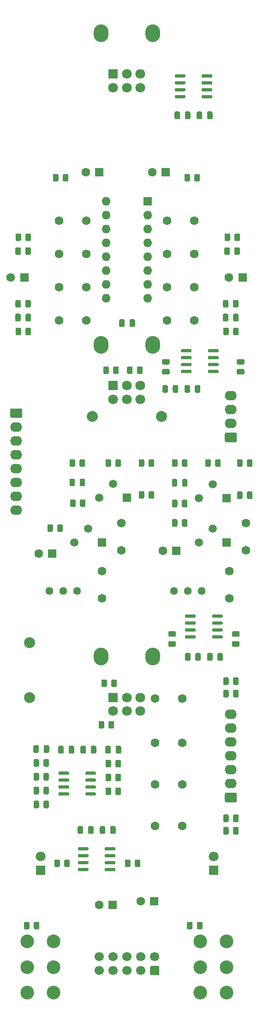
<source format=gbs>
G04 #@! TF.GenerationSoftware,KiCad,Pcbnew,6.0.5+dfsg-1~bpo11+1*
G04 #@! TF.CreationDate,2023-04-15T13:23:45+00:00*
G04 #@! TF.ProjectId,compressor_distortion,636f6d70-7265-4737-936f-725f64697374,0.1*
G04 #@! TF.SameCoordinates,Original*
G04 #@! TF.FileFunction,Soldermask,Bot*
G04 #@! TF.FilePolarity,Negative*
%FSLAX46Y46*%
G04 Gerber Fmt 4.6, Leading zero omitted, Abs format (unit mm)*
G04 Created by KiCad (PCBNEW 6.0.5+dfsg-1~bpo11+1) date 2023-04-15 13:23:45*
%MOMM*%
%LPD*%
G01*
G04 APERTURE LIST*
%ADD10O,2.720000X3.240000*%
%ADD11R,1.800000X1.800000*%
%ADD12C,1.800000*%
%ADD13C,2.500000*%
%ADD14C,2.000000*%
%ADD15R,1.600000X1.600000*%
%ADD16C,1.600000*%
%ADD17R,1.500000X1.500000*%
%ADD18C,1.500000*%
%ADD19O,2.190000X1.740000*%
%ADD20C,1.700000*%
%ADD21C,1.440000*%
%ADD22O,1.600000X1.600000*%
G04 APERTURE END LIST*
D10*
X104430000Y-165300000D03*
X113930000Y-165300000D03*
D11*
X106680000Y-172800000D03*
D12*
X109180000Y-172800000D03*
X111680000Y-172800000D03*
X106680000Y-175300000D03*
X109180000Y-175300000D03*
X111680000Y-175300000D03*
D13*
X127510000Y-217550000D03*
X127510000Y-222250000D03*
X127510000Y-226950000D03*
X122680000Y-217550000D03*
X122680000Y-222250000D03*
X122680000Y-226950000D03*
X95760000Y-217550000D03*
X95760000Y-222250000D03*
X95760000Y-226950000D03*
X90930000Y-217550000D03*
X90930000Y-222250000D03*
X90930000Y-226950000D03*
D10*
X113930000Y-50960000D03*
X104430000Y-50960000D03*
D11*
X106680000Y-58460000D03*
D12*
X109180000Y-58460000D03*
X111680000Y-58460000D03*
X106680000Y-60960000D03*
X109180000Y-60960000D03*
X111680000Y-60960000D03*
D11*
X125095000Y-204475000D03*
D12*
X125095000Y-201935000D03*
D10*
X113930000Y-108110000D03*
X104430000Y-108110000D03*
D11*
X106680000Y-115610000D03*
D12*
X109180000Y-115610000D03*
X111680000Y-115610000D03*
X106680000Y-118110000D03*
X109180000Y-118110000D03*
X111680000Y-118110000D03*
D11*
X93345000Y-204475000D03*
D12*
X93345000Y-201935000D03*
G36*
G01*
X91580000Y-102649000D02*
X91580000Y-103599000D01*
G75*
G02*
X91330000Y-103849000I-250000J0D01*
G01*
X90830000Y-103849000D01*
G75*
G02*
X90580000Y-103599000I0J250000D01*
G01*
X90580000Y-102649000D01*
G75*
G02*
X90830000Y-102399000I250000J0D01*
G01*
X91330000Y-102399000D01*
G75*
G02*
X91580000Y-102649000I0J-250000D01*
G01*
G37*
G36*
G01*
X89680000Y-102649000D02*
X89680000Y-103599000D01*
G75*
G02*
X89430000Y-103849000I-250000J0D01*
G01*
X88930000Y-103849000D01*
G75*
G02*
X88680000Y-103599000I0J250000D01*
G01*
X88680000Y-102649000D01*
G75*
G02*
X88930000Y-102399000I250000J0D01*
G01*
X89430000Y-102399000D01*
G75*
G02*
X89680000Y-102649000I0J-250000D01*
G01*
G37*
D14*
X91338400Y-172770800D03*
D15*
X118276380Y-145868000D03*
D16*
X115776380Y-145868000D03*
G36*
G01*
X128709000Y-160627000D02*
X129609000Y-160627000D01*
G75*
G02*
X129859000Y-160877000I0J-250000D01*
G01*
X129859000Y-161402000D01*
G75*
G02*
X129609000Y-161652000I-250000J0D01*
G01*
X128709000Y-161652000D01*
G75*
G02*
X128459000Y-161402000I0J250000D01*
G01*
X128459000Y-160877000D01*
G75*
G02*
X128709000Y-160627000I250000J0D01*
G01*
G37*
G36*
G01*
X128709000Y-162452000D02*
X129609000Y-162452000D01*
G75*
G02*
X129859000Y-162702000I0J-250000D01*
G01*
X129859000Y-163227000D01*
G75*
G02*
X129609000Y-163477000I-250000J0D01*
G01*
X128709000Y-163477000D01*
G75*
G02*
X128459000Y-163227000I0J250000D01*
G01*
X128459000Y-162702000D01*
G75*
G02*
X128709000Y-162452000I250000J0D01*
G01*
G37*
X131064000Y-140828000D03*
X131064000Y-145828000D03*
D17*
X104648000Y-144344000D03*
D18*
X102108000Y-141804000D03*
X99568000Y-144344000D03*
G36*
G01*
X111661000Y-202750000D02*
X111661000Y-203650000D01*
G75*
G02*
X111411000Y-203900000I-250000J0D01*
G01*
X110886000Y-203900000D01*
G75*
G02*
X110636000Y-203650000I0J250000D01*
G01*
X110636000Y-202750000D01*
G75*
G02*
X110886000Y-202500000I250000J0D01*
G01*
X111411000Y-202500000D01*
G75*
G02*
X111661000Y-202750000I0J-250000D01*
G01*
G37*
G36*
G01*
X109836000Y-202750000D02*
X109836000Y-203650000D01*
G75*
G02*
X109586000Y-203900000I-250000J0D01*
G01*
X109061000Y-203900000D01*
G75*
G02*
X108811000Y-203650000I0J250000D01*
G01*
X108811000Y-202750000D01*
G75*
G02*
X109061000Y-202500000I250000J0D01*
G01*
X109586000Y-202500000D01*
G75*
G02*
X109836000Y-202750000I0J-250000D01*
G01*
G37*
D16*
X101774000Y-91440000D03*
X96774000Y-91440000D03*
G36*
G01*
X129115000Y-125965000D02*
X127425000Y-125965000D01*
G75*
G02*
X127175000Y-125715000I0J250000D01*
G01*
X127175000Y-124475000D01*
G75*
G02*
X127425000Y-124225000I250000J0D01*
G01*
X129115000Y-124225000D01*
G75*
G02*
X129365000Y-124475000I0J-250000D01*
G01*
X129365000Y-125715000D01*
G75*
G02*
X129115000Y-125965000I-250000J0D01*
G01*
G37*
D19*
X128270000Y-122555000D03*
X128270000Y-120015000D03*
X128270000Y-117475000D03*
G36*
G01*
X122674000Y-115730000D02*
X122674000Y-116680000D01*
G75*
G02*
X122424000Y-116930000I-250000J0D01*
G01*
X121924000Y-116930000D01*
G75*
G02*
X121674000Y-116680000I0J250000D01*
G01*
X121674000Y-115730000D01*
G75*
G02*
X121924000Y-115480000I250000J0D01*
G01*
X122424000Y-115480000D01*
G75*
G02*
X122674000Y-115730000I0J-250000D01*
G01*
G37*
G36*
G01*
X120774000Y-115730000D02*
X120774000Y-116680000D01*
G75*
G02*
X120524000Y-116930000I-250000J0D01*
G01*
X120024000Y-116930000D01*
G75*
G02*
X119774000Y-116680000I0J250000D01*
G01*
X119774000Y-115730000D01*
G75*
G02*
X120024000Y-115480000I250000J0D01*
G01*
X120524000Y-115480000D01*
G75*
G02*
X120774000Y-115730000I0J-250000D01*
G01*
G37*
G36*
G01*
X107114000Y-196629000D02*
X107114000Y-197579000D01*
G75*
G02*
X106864000Y-197829000I-250000J0D01*
G01*
X106364000Y-197829000D01*
G75*
G02*
X106114000Y-197579000I0J250000D01*
G01*
X106114000Y-196629000D01*
G75*
G02*
X106364000Y-196379000I250000J0D01*
G01*
X106864000Y-196379000D01*
G75*
G02*
X107114000Y-196629000I0J-250000D01*
G01*
G37*
G36*
G01*
X105214000Y-196629000D02*
X105214000Y-197579000D01*
G75*
G02*
X104964000Y-197829000I-250000J0D01*
G01*
X104464000Y-197829000D01*
G75*
G02*
X104214000Y-197579000I0J250000D01*
G01*
X104214000Y-196629000D01*
G75*
G02*
X104464000Y-196379000I250000J0D01*
G01*
X104964000Y-196379000D01*
G75*
G02*
X105214000Y-196629000I0J-250000D01*
G01*
G37*
G36*
G01*
X126799000Y-164879000D02*
X126799000Y-165829000D01*
G75*
G02*
X126549000Y-166079000I-250000J0D01*
G01*
X126049000Y-166079000D01*
G75*
G02*
X125799000Y-165829000I0J250000D01*
G01*
X125799000Y-164879000D01*
G75*
G02*
X126049000Y-164629000I250000J0D01*
G01*
X126549000Y-164629000D01*
G75*
G02*
X126799000Y-164879000I0J-250000D01*
G01*
G37*
G36*
G01*
X124899000Y-164879000D02*
X124899000Y-165829000D01*
G75*
G02*
X124649000Y-166079000I-250000J0D01*
G01*
X124149000Y-166079000D01*
G75*
G02*
X123899000Y-165829000I0J250000D01*
G01*
X123899000Y-164879000D01*
G75*
G02*
X124149000Y-164629000I250000J0D01*
G01*
X124649000Y-164629000D01*
G75*
G02*
X124899000Y-164879000I0J-250000D01*
G01*
G37*
D16*
X114380000Y-188722000D03*
X119380000Y-188722000D03*
D15*
X114212380Y-210185000D03*
D16*
X111712380Y-210185000D03*
X128016000Y-154606000D03*
X128016000Y-149606000D03*
D15*
X90384000Y-95758000D03*
D16*
X87884000Y-95758000D03*
X116586000Y-85344000D03*
X121586000Y-85344000D03*
G36*
G01*
X114900000Y-223735000D02*
X113700000Y-223735000D01*
G75*
G02*
X113450000Y-223485000I0J250000D01*
G01*
X113450000Y-222285000D01*
G75*
G02*
X113700000Y-222035000I250000J0D01*
G01*
X114900000Y-222035000D01*
G75*
G02*
X115150000Y-222285000I0J-250000D01*
G01*
X115150000Y-223485000D01*
G75*
G02*
X114900000Y-223735000I-250000J0D01*
G01*
G37*
D20*
X114300000Y-220345000D03*
X111760000Y-222885000D03*
X111760000Y-220345000D03*
X109220000Y-222885000D03*
X109220000Y-220345000D03*
X106680000Y-222885000D03*
X106680000Y-220345000D03*
X104140000Y-222885000D03*
X104140000Y-220345000D03*
D16*
X96774000Y-97536000D03*
X101774000Y-97536000D03*
G36*
G01*
X92047000Y-185235000D02*
X92047000Y-184335000D01*
G75*
G02*
X92297000Y-184085000I250000J0D01*
G01*
X92822000Y-184085000D01*
G75*
G02*
X93072000Y-184335000I0J-250000D01*
G01*
X93072000Y-185235000D01*
G75*
G02*
X92822000Y-185485000I-250000J0D01*
G01*
X92297000Y-185485000D01*
G75*
G02*
X92047000Y-185235000I0J250000D01*
G01*
G37*
G36*
G01*
X93872000Y-185235000D02*
X93872000Y-184335000D01*
G75*
G02*
X94122000Y-184085000I250000J0D01*
G01*
X94647000Y-184085000D01*
G75*
G02*
X94897000Y-184335000I0J-250000D01*
G01*
X94897000Y-185235000D01*
G75*
G02*
X94647000Y-185485000I-250000J0D01*
G01*
X94122000Y-185485000D01*
G75*
G02*
X93872000Y-185235000I0J250000D01*
G01*
G37*
G36*
G01*
X109215500Y-113226000D02*
X109215500Y-112326000D01*
G75*
G02*
X109465500Y-112076000I250000J0D01*
G01*
X109990500Y-112076000D01*
G75*
G02*
X110240500Y-112326000I0J-250000D01*
G01*
X110240500Y-113226000D01*
G75*
G02*
X109990500Y-113476000I-250000J0D01*
G01*
X109465500Y-113476000D01*
G75*
G02*
X109215500Y-113226000I0J250000D01*
G01*
G37*
G36*
G01*
X111040500Y-113226000D02*
X111040500Y-112326000D01*
G75*
G02*
X111290500Y-112076000I250000J0D01*
G01*
X111815500Y-112076000D01*
G75*
G02*
X112065500Y-112326000I0J-250000D01*
G01*
X112065500Y-113226000D01*
G75*
G02*
X111815500Y-113476000I-250000J0D01*
G01*
X111290500Y-113476000D01*
G75*
G02*
X111040500Y-113226000I0J250000D01*
G01*
G37*
G36*
G01*
X101604500Y-136710000D02*
X101604500Y-137610000D01*
G75*
G02*
X101354500Y-137860000I-250000J0D01*
G01*
X100829500Y-137860000D01*
G75*
G02*
X100579500Y-137610000I0J250000D01*
G01*
X100579500Y-136710000D01*
G75*
G02*
X100829500Y-136460000I250000J0D01*
G01*
X101354500Y-136460000D01*
G75*
G02*
X101604500Y-136710000I0J-250000D01*
G01*
G37*
G36*
G01*
X99779500Y-136710000D02*
X99779500Y-137610000D01*
G75*
G02*
X99529500Y-137860000I-250000J0D01*
G01*
X99004500Y-137860000D01*
G75*
G02*
X98754500Y-137610000I0J250000D01*
G01*
X98754500Y-136710000D01*
G75*
G02*
X99004500Y-136460000I250000J0D01*
G01*
X99529500Y-136460000D01*
G75*
G02*
X99779500Y-136710000I0J-250000D01*
G01*
G37*
G36*
G01*
X117025000Y-160627000D02*
X117925000Y-160627000D01*
G75*
G02*
X118175000Y-160877000I0J-250000D01*
G01*
X118175000Y-161402000D01*
G75*
G02*
X117925000Y-161652000I-250000J0D01*
G01*
X117025000Y-161652000D01*
G75*
G02*
X116775000Y-161402000I0J250000D01*
G01*
X116775000Y-160877000D01*
G75*
G02*
X117025000Y-160627000I250000J0D01*
G01*
G37*
G36*
G01*
X117025000Y-162452000D02*
X117925000Y-162452000D01*
G75*
G02*
X118175000Y-162702000I0J-250000D01*
G01*
X118175000Y-163227000D01*
G75*
G02*
X117925000Y-163477000I-250000J0D01*
G01*
X117025000Y-163477000D01*
G75*
G02*
X116775000Y-163227000I0J250000D01*
G01*
X116775000Y-162702000D01*
G75*
G02*
X117025000Y-162452000I250000J0D01*
G01*
G37*
G36*
G01*
X126845000Y-172535000D02*
X126845000Y-171635000D01*
G75*
G02*
X127095000Y-171385000I250000J0D01*
G01*
X127620000Y-171385000D01*
G75*
G02*
X127870000Y-171635000I0J-250000D01*
G01*
X127870000Y-172535000D01*
G75*
G02*
X127620000Y-172785000I-250000J0D01*
G01*
X127095000Y-172785000D01*
G75*
G02*
X126845000Y-172535000I0J250000D01*
G01*
G37*
G36*
G01*
X128670000Y-172535000D02*
X128670000Y-171635000D01*
G75*
G02*
X128920000Y-171385000I250000J0D01*
G01*
X129445000Y-171385000D01*
G75*
G02*
X129695000Y-171635000I0J-250000D01*
G01*
X129695000Y-172535000D01*
G75*
G02*
X129445000Y-172785000I-250000J0D01*
G01*
X128920000Y-172785000D01*
G75*
G02*
X128670000Y-172535000I0J250000D01*
G01*
G37*
G36*
G01*
X101501000Y-132893750D02*
X101501000Y-133806250D01*
G75*
G02*
X101257250Y-134050000I-243750J0D01*
G01*
X100769750Y-134050000D01*
G75*
G02*
X100526000Y-133806250I0J243750D01*
G01*
X100526000Y-132893750D01*
G75*
G02*
X100769750Y-132650000I243750J0D01*
G01*
X101257250Y-132650000D01*
G75*
G02*
X101501000Y-132893750I0J-243750D01*
G01*
G37*
G36*
G01*
X99626000Y-132893750D02*
X99626000Y-133806250D01*
G75*
G02*
X99382250Y-134050000I-243750J0D01*
G01*
X98894750Y-134050000D01*
G75*
G02*
X98651000Y-133806250I0J243750D01*
G01*
X98651000Y-132893750D01*
G75*
G02*
X98894750Y-132650000I243750J0D01*
G01*
X99382250Y-132650000D01*
G75*
G02*
X99626000Y-132893750I0J-243750D01*
G01*
G37*
G36*
G01*
X107700500Y-112326000D02*
X107700500Y-113226000D01*
G75*
G02*
X107450500Y-113476000I-250000J0D01*
G01*
X106925500Y-113476000D01*
G75*
G02*
X106675500Y-113226000I0J250000D01*
G01*
X106675500Y-112326000D01*
G75*
G02*
X106925500Y-112076000I250000J0D01*
G01*
X107450500Y-112076000D01*
G75*
G02*
X107700500Y-112326000I0J-250000D01*
G01*
G37*
G36*
G01*
X105875500Y-112326000D02*
X105875500Y-113226000D01*
G75*
G02*
X105625500Y-113476000I-250000J0D01*
G01*
X105100500Y-113476000D01*
G75*
G02*
X104850500Y-113226000I0J250000D01*
G01*
X104850500Y-112326000D01*
G75*
G02*
X105100500Y-112076000I250000J0D01*
G01*
X105625500Y-112076000D01*
G75*
G02*
X105875500Y-112326000I0J-250000D01*
G01*
G37*
G36*
G01*
X127099000Y-88842000D02*
X127099000Y-87942000D01*
G75*
G02*
X127349000Y-87692000I250000J0D01*
G01*
X127874000Y-87692000D01*
G75*
G02*
X128124000Y-87942000I0J-250000D01*
G01*
X128124000Y-88842000D01*
G75*
G02*
X127874000Y-89092000I-250000J0D01*
G01*
X127349000Y-89092000D01*
G75*
G02*
X127099000Y-88842000I0J250000D01*
G01*
G37*
G36*
G01*
X128924000Y-88842000D02*
X128924000Y-87942000D01*
G75*
G02*
X129174000Y-87692000I250000J0D01*
G01*
X129699000Y-87692000D01*
G75*
G02*
X129949000Y-87942000I0J-250000D01*
G01*
X129949000Y-88842000D01*
G75*
G02*
X129699000Y-89092000I-250000J0D01*
G01*
X129174000Y-89092000D01*
G75*
G02*
X128924000Y-88842000I0J250000D01*
G01*
G37*
G36*
G01*
X103558000Y-181897000D02*
X103558000Y-182847000D01*
G75*
G02*
X103308000Y-183097000I-250000J0D01*
G01*
X102808000Y-183097000D01*
G75*
G02*
X102558000Y-182847000I0J250000D01*
G01*
X102558000Y-181897000D01*
G75*
G02*
X102808000Y-181647000I250000J0D01*
G01*
X103308000Y-181647000D01*
G75*
G02*
X103558000Y-181897000I0J-250000D01*
G01*
G37*
G36*
G01*
X101658000Y-181897000D02*
X101658000Y-182847000D01*
G75*
G02*
X101408000Y-183097000I-250000J0D01*
G01*
X100908000Y-183097000D01*
G75*
G02*
X100658000Y-182847000I0J250000D01*
G01*
X100658000Y-181897000D01*
G75*
G02*
X100908000Y-181647000I250000J0D01*
G01*
X101408000Y-181647000D01*
G75*
G02*
X101658000Y-181897000I0J-250000D01*
G01*
G37*
X104648000Y-149606000D03*
X104648000Y-154606000D03*
X108204000Y-140788000D03*
X108204000Y-145788000D03*
X114380000Y-196342000D03*
X119380000Y-196342000D03*
X114380000Y-181102000D03*
X119380000Y-181102000D03*
G36*
G01*
X129655000Y-100134000D02*
X129655000Y-101034000D01*
G75*
G02*
X129405000Y-101284000I-250000J0D01*
G01*
X128880000Y-101284000D01*
G75*
G02*
X128630000Y-101034000I0J250000D01*
G01*
X128630000Y-100134000D01*
G75*
G02*
X128880000Y-99884000I250000J0D01*
G01*
X129405000Y-99884000D01*
G75*
G02*
X129655000Y-100134000I0J-250000D01*
G01*
G37*
G36*
G01*
X127830000Y-100134000D02*
X127830000Y-101034000D01*
G75*
G02*
X127580000Y-101284000I-250000J0D01*
G01*
X127055000Y-101284000D01*
G75*
G02*
X126805000Y-101034000I0J250000D01*
G01*
X126805000Y-100134000D01*
G75*
G02*
X127055000Y-99884000I250000J0D01*
G01*
X127580000Y-99884000D01*
G75*
G02*
X127830000Y-100134000I0J-250000D01*
G01*
G37*
G36*
G01*
X129115000Y-192005000D02*
X127425000Y-192005000D01*
G75*
G02*
X127175000Y-191755000I0J250000D01*
G01*
X127175000Y-190515000D01*
G75*
G02*
X127425000Y-190265000I250000J0D01*
G01*
X129115000Y-190265000D01*
G75*
G02*
X129365000Y-190515000I0J-250000D01*
G01*
X129365000Y-191755000D01*
G75*
G02*
X129115000Y-192005000I-250000J0D01*
G01*
G37*
D19*
X128270000Y-188595000D03*
X128270000Y-186055000D03*
X128270000Y-183515000D03*
X128270000Y-180975000D03*
X128270000Y-178435000D03*
X128270000Y-175895000D03*
D16*
X101774000Y-85344000D03*
X96774000Y-85344000D03*
D14*
X91363800Y-162763200D03*
G36*
G01*
X108105000Y-189542000D02*
X108105000Y-190442000D01*
G75*
G02*
X107855000Y-190692000I-250000J0D01*
G01*
X107330000Y-190692000D01*
G75*
G02*
X107080000Y-190442000I0J250000D01*
G01*
X107080000Y-189542000D01*
G75*
G02*
X107330000Y-189292000I250000J0D01*
G01*
X107855000Y-189292000D01*
G75*
G02*
X108105000Y-189542000I0J-250000D01*
G01*
G37*
G36*
G01*
X106280000Y-189542000D02*
X106280000Y-190442000D01*
G75*
G02*
X106030000Y-190692000I-250000J0D01*
G01*
X105505000Y-190692000D01*
G75*
G02*
X105255000Y-190442000I0J250000D01*
G01*
X105255000Y-189542000D01*
G75*
G02*
X105505000Y-189292000I250000J0D01*
G01*
X106030000Y-189292000D01*
G75*
G02*
X106280000Y-189542000I0J-250000D01*
G01*
G37*
G36*
G01*
X103050000Y-196629000D02*
X103050000Y-197579000D01*
G75*
G02*
X102800000Y-197829000I-250000J0D01*
G01*
X102300000Y-197829000D01*
G75*
G02*
X102050000Y-197579000I0J250000D01*
G01*
X102050000Y-196629000D01*
G75*
G02*
X102300000Y-196379000I250000J0D01*
G01*
X102800000Y-196379000D01*
G75*
G02*
X103050000Y-196629000I0J-250000D01*
G01*
G37*
G36*
G01*
X101150000Y-196629000D02*
X101150000Y-197579000D01*
G75*
G02*
X100900000Y-197829000I-250000J0D01*
G01*
X100400000Y-197829000D01*
G75*
G02*
X100150000Y-197579000I0J250000D01*
G01*
X100150000Y-196629000D01*
G75*
G02*
X100400000Y-196379000I250000J0D01*
G01*
X100900000Y-196379000D01*
G75*
G02*
X101150000Y-196629000I0J-250000D01*
G01*
G37*
G36*
G01*
X93142500Y-214180000D02*
X93142500Y-215080000D01*
G75*
G02*
X92892500Y-215330000I-250000J0D01*
G01*
X92367500Y-215330000D01*
G75*
G02*
X92117500Y-215080000I0J250000D01*
G01*
X92117500Y-214180000D01*
G75*
G02*
X92367500Y-213930000I250000J0D01*
G01*
X92892500Y-213930000D01*
G75*
G02*
X93142500Y-214180000I0J-250000D01*
G01*
G37*
G36*
G01*
X91317500Y-214180000D02*
X91317500Y-215080000D01*
G75*
G02*
X91067500Y-215330000I-250000J0D01*
G01*
X90542500Y-215330000D01*
G75*
G02*
X90292500Y-215080000I0J250000D01*
G01*
X90292500Y-214180000D01*
G75*
G02*
X90542500Y-213930000I250000J0D01*
G01*
X91067500Y-213930000D01*
G75*
G02*
X91317500Y-214180000I0J-250000D01*
G01*
G37*
G36*
G01*
X95857000Y-203650000D02*
X95857000Y-202750000D01*
G75*
G02*
X96107000Y-202500000I250000J0D01*
G01*
X96632000Y-202500000D01*
G75*
G02*
X96882000Y-202750000I0J-250000D01*
G01*
X96882000Y-203650000D01*
G75*
G02*
X96632000Y-203900000I-250000J0D01*
G01*
X96107000Y-203900000D01*
G75*
G02*
X95857000Y-203650000I0J250000D01*
G01*
G37*
G36*
G01*
X97682000Y-203650000D02*
X97682000Y-202750000D01*
G75*
G02*
X97932000Y-202500000I250000J0D01*
G01*
X98457000Y-202500000D01*
G75*
G02*
X98707000Y-202750000I0J-250000D01*
G01*
X98707000Y-203650000D01*
G75*
G02*
X98457000Y-203900000I-250000J0D01*
G01*
X97932000Y-203900000D01*
G75*
G02*
X97682000Y-203650000I0J250000D01*
G01*
G37*
G36*
G01*
X91595000Y-105214000D02*
X91595000Y-106114000D01*
G75*
G02*
X91345000Y-106364000I-250000J0D01*
G01*
X90820000Y-106364000D01*
G75*
G02*
X90570000Y-106114000I0J250000D01*
G01*
X90570000Y-105214000D01*
G75*
G02*
X90820000Y-104964000I250000J0D01*
G01*
X91345000Y-104964000D01*
G75*
G02*
X91595000Y-105214000I0J-250000D01*
G01*
G37*
G36*
G01*
X89770000Y-105214000D02*
X89770000Y-106114000D01*
G75*
G02*
X89520000Y-106364000I-250000J0D01*
G01*
X88995000Y-106364000D01*
G75*
G02*
X88745000Y-106114000I0J250000D01*
G01*
X88745000Y-105214000D01*
G75*
G02*
X88995000Y-104964000I250000J0D01*
G01*
X89520000Y-104964000D01*
G75*
G02*
X89770000Y-105214000I0J-250000D01*
G01*
G37*
G36*
G01*
X126845000Y-197681000D02*
X126845000Y-196781000D01*
G75*
G02*
X127095000Y-196531000I250000J0D01*
G01*
X127620000Y-196531000D01*
G75*
G02*
X127870000Y-196781000I0J-250000D01*
G01*
X127870000Y-197681000D01*
G75*
G02*
X127620000Y-197931000I-250000J0D01*
G01*
X127095000Y-197931000D01*
G75*
G02*
X126845000Y-197681000I0J250000D01*
G01*
G37*
G36*
G01*
X128670000Y-197681000D02*
X128670000Y-196781000D01*
G75*
G02*
X128920000Y-196531000I250000J0D01*
G01*
X129445000Y-196531000D01*
G75*
G02*
X129695000Y-196781000I0J-250000D01*
G01*
X129695000Y-197681000D01*
G75*
G02*
X129445000Y-197931000I-250000J0D01*
G01*
X128920000Y-197931000D01*
G75*
G02*
X128670000Y-197681000I0J250000D01*
G01*
G37*
D21*
X117856000Y-153234000D03*
X120396000Y-153234000D03*
X122936000Y-153234000D03*
D16*
X121586000Y-103632000D03*
X116586000Y-103632000D03*
D15*
X116332000Y-76454000D03*
D16*
X113832000Y-76454000D03*
G36*
G01*
X127059000Y-91382000D02*
X127059000Y-90482000D01*
G75*
G02*
X127309000Y-90232000I250000J0D01*
G01*
X127834000Y-90232000D01*
G75*
G02*
X128084000Y-90482000I0J-250000D01*
G01*
X128084000Y-91382000D01*
G75*
G02*
X127834000Y-91632000I-250000J0D01*
G01*
X127309000Y-91632000D01*
G75*
G02*
X127059000Y-91382000I0J250000D01*
G01*
G37*
G36*
G01*
X128884000Y-91382000D02*
X128884000Y-90482000D01*
G75*
G02*
X129134000Y-90232000I250000J0D01*
G01*
X129659000Y-90232000D01*
G75*
G02*
X129909000Y-90482000I0J-250000D01*
G01*
X129909000Y-91382000D01*
G75*
G02*
X129659000Y-91632000I-250000J0D01*
G01*
X129134000Y-91632000D01*
G75*
G02*
X128884000Y-91382000I0J250000D01*
G01*
G37*
X116586000Y-91440000D03*
X121586000Y-91440000D03*
G36*
G01*
X92047000Y-190315000D02*
X92047000Y-189415000D01*
G75*
G02*
X92297000Y-189165000I250000J0D01*
G01*
X92822000Y-189165000D01*
G75*
G02*
X93072000Y-189415000I0J-250000D01*
G01*
X93072000Y-190315000D01*
G75*
G02*
X92822000Y-190565000I-250000J0D01*
G01*
X92297000Y-190565000D01*
G75*
G02*
X92047000Y-190315000I0J250000D01*
G01*
G37*
G36*
G01*
X93872000Y-190315000D02*
X93872000Y-189415000D01*
G75*
G02*
X94122000Y-189165000I250000J0D01*
G01*
X94647000Y-189165000D01*
G75*
G02*
X94897000Y-189415000I0J-250000D01*
G01*
X94897000Y-190315000D01*
G75*
G02*
X94647000Y-190565000I-250000J0D01*
G01*
X94122000Y-190565000D01*
G75*
G02*
X93872000Y-190315000I0J250000D01*
G01*
G37*
G36*
G01*
X91595000Y-87942000D02*
X91595000Y-88842000D01*
G75*
G02*
X91345000Y-89092000I-250000J0D01*
G01*
X90820000Y-89092000D01*
G75*
G02*
X90570000Y-88842000I0J250000D01*
G01*
X90570000Y-87942000D01*
G75*
G02*
X90820000Y-87692000I250000J0D01*
G01*
X91345000Y-87692000D01*
G75*
G02*
X91595000Y-87942000I0J-250000D01*
G01*
G37*
G36*
G01*
X89770000Y-87942000D02*
X89770000Y-88842000D01*
G75*
G02*
X89520000Y-89092000I-250000J0D01*
G01*
X88995000Y-89092000D01*
G75*
G02*
X88745000Y-88842000I0J250000D01*
G01*
X88745000Y-87942000D01*
G75*
G02*
X88995000Y-87692000I250000J0D01*
G01*
X89520000Y-87692000D01*
G75*
G02*
X89770000Y-87942000I0J-250000D01*
G01*
G37*
G36*
G01*
X94897000Y-191955000D02*
X94897000Y-192855000D01*
G75*
G02*
X94647000Y-193105000I-250000J0D01*
G01*
X94122000Y-193105000D01*
G75*
G02*
X93872000Y-192855000I0J250000D01*
G01*
X93872000Y-191955000D01*
G75*
G02*
X94122000Y-191705000I250000J0D01*
G01*
X94647000Y-191705000D01*
G75*
G02*
X94897000Y-191955000I0J-250000D01*
G01*
G37*
G36*
G01*
X93072000Y-191955000D02*
X93072000Y-192855000D01*
G75*
G02*
X92822000Y-193105000I-250000J0D01*
G01*
X92297000Y-193105000D01*
G75*
G02*
X92047000Y-192855000I0J250000D01*
G01*
X92047000Y-191955000D01*
G75*
G02*
X92297000Y-191705000I250000J0D01*
G01*
X92822000Y-191705000D01*
G75*
G02*
X93072000Y-191955000I0J-250000D01*
G01*
G37*
D15*
X95504000Y-146384000D03*
D16*
X93004000Y-146384000D03*
X96774000Y-103632000D03*
X101774000Y-103632000D03*
G36*
G01*
X122583620Y-77020000D02*
X122583620Y-77920000D01*
G75*
G02*
X122333620Y-78170000I-250000J0D01*
G01*
X121808620Y-78170000D01*
G75*
G02*
X121558620Y-77920000I0J250000D01*
G01*
X121558620Y-77020000D01*
G75*
G02*
X121808620Y-76770000I250000J0D01*
G01*
X122333620Y-76770000D01*
G75*
G02*
X122583620Y-77020000I0J-250000D01*
G01*
G37*
G36*
G01*
X120758620Y-77020000D02*
X120758620Y-77920000D01*
G75*
G02*
X120508620Y-78170000I-250000J0D01*
G01*
X119983620Y-78170000D01*
G75*
G02*
X119733620Y-77920000I0J250000D01*
G01*
X119733620Y-77020000D01*
G75*
G02*
X119983620Y-76770000I250000J0D01*
G01*
X120508620Y-76770000D01*
G75*
G02*
X120758620Y-77020000I0J-250000D01*
G01*
G37*
G36*
G01*
X101501000Y-129344000D02*
X101501000Y-130244000D01*
G75*
G02*
X101251000Y-130494000I-250000J0D01*
G01*
X100726000Y-130494000D01*
G75*
G02*
X100476000Y-130244000I0J250000D01*
G01*
X100476000Y-129344000D01*
G75*
G02*
X100726000Y-129094000I250000J0D01*
G01*
X101251000Y-129094000D01*
G75*
G02*
X101501000Y-129344000I0J-250000D01*
G01*
G37*
G36*
G01*
X99676000Y-129344000D02*
X99676000Y-130244000D01*
G75*
G02*
X99426000Y-130494000I-250000J0D01*
G01*
X98901000Y-130494000D01*
G75*
G02*
X98651000Y-130244000I0J250000D01*
G01*
X98651000Y-129344000D01*
G75*
G02*
X98901000Y-129094000I250000J0D01*
G01*
X99426000Y-129094000D01*
G75*
G02*
X99676000Y-129344000I0J-250000D01*
G01*
G37*
G36*
G01*
X97437000Y-141282000D02*
X97437000Y-142182000D01*
G75*
G02*
X97187000Y-142432000I-250000J0D01*
G01*
X96662000Y-142432000D01*
G75*
G02*
X96412000Y-142182000I0J250000D01*
G01*
X96412000Y-141282000D01*
G75*
G02*
X96662000Y-141032000I250000J0D01*
G01*
X97187000Y-141032000D01*
G75*
G02*
X97437000Y-141282000I0J-250000D01*
G01*
G37*
G36*
G01*
X95612000Y-141282000D02*
X95612000Y-142182000D01*
G75*
G02*
X95362000Y-142432000I-250000J0D01*
G01*
X94837000Y-142432000D01*
G75*
G02*
X94587000Y-142182000I0J250000D01*
G01*
X94587000Y-141282000D01*
G75*
G02*
X94837000Y-141032000I250000J0D01*
G01*
X95362000Y-141032000D01*
G75*
G02*
X95612000Y-141282000I0J-250000D01*
G01*
G37*
G36*
G01*
X120297000Y-140338000D02*
X120297000Y-141238000D01*
G75*
G02*
X120047000Y-141488000I-250000J0D01*
G01*
X119522000Y-141488000D01*
G75*
G02*
X119272000Y-141238000I0J250000D01*
G01*
X119272000Y-140338000D01*
G75*
G02*
X119522000Y-140088000I250000J0D01*
G01*
X120047000Y-140088000D01*
G75*
G02*
X120297000Y-140338000I0J-250000D01*
G01*
G37*
G36*
G01*
X118472000Y-140338000D02*
X118472000Y-141238000D01*
G75*
G02*
X118222000Y-141488000I-250000J0D01*
G01*
X117697000Y-141488000D01*
G75*
G02*
X117447000Y-141238000I0J250000D01*
G01*
X117447000Y-140338000D01*
G75*
G02*
X117697000Y-140088000I250000J0D01*
G01*
X118222000Y-140088000D01*
G75*
G02*
X118472000Y-140338000I0J-250000D01*
G01*
G37*
G36*
G01*
X120830000Y-65565000D02*
X120830000Y-66515000D01*
G75*
G02*
X120580000Y-66765000I-250000J0D01*
G01*
X120080000Y-66765000D01*
G75*
G02*
X119830000Y-66515000I0J250000D01*
G01*
X119830000Y-65565000D01*
G75*
G02*
X120080000Y-65315000I250000J0D01*
G01*
X120580000Y-65315000D01*
G75*
G02*
X120830000Y-65565000I0J-250000D01*
G01*
G37*
G36*
G01*
X118930000Y-65565000D02*
X118930000Y-66515000D01*
G75*
G02*
X118680000Y-66765000I-250000J0D01*
G01*
X118180000Y-66765000D01*
G75*
G02*
X117930000Y-66515000I0J250000D01*
G01*
X117930000Y-65565000D01*
G75*
G02*
X118180000Y-65315000I250000J0D01*
G01*
X118680000Y-65315000D01*
G75*
G02*
X118930000Y-65565000I0J-250000D01*
G01*
G37*
G36*
G01*
X129695000Y-169349000D02*
X129695000Y-170249000D01*
G75*
G02*
X129445000Y-170499000I-250000J0D01*
G01*
X128920000Y-170499000D01*
G75*
G02*
X128670000Y-170249000I0J250000D01*
G01*
X128670000Y-169349000D01*
G75*
G02*
X128920000Y-169099000I250000J0D01*
G01*
X129445000Y-169099000D01*
G75*
G02*
X129695000Y-169349000I0J-250000D01*
G01*
G37*
G36*
G01*
X127870000Y-169349000D02*
X127870000Y-170249000D01*
G75*
G02*
X127620000Y-170499000I-250000J0D01*
G01*
X127095000Y-170499000D01*
G75*
G02*
X126845000Y-170249000I0J250000D01*
G01*
X126845000Y-169349000D01*
G75*
G02*
X127095000Y-169099000I250000J0D01*
G01*
X127620000Y-169099000D01*
G75*
G02*
X127870000Y-169349000I0J-250000D01*
G01*
G37*
D14*
X102870000Y-121285000D03*
G36*
G01*
X117447000Y-133878250D02*
X117447000Y-132965750D01*
G75*
G02*
X117690750Y-132722000I243750J0D01*
G01*
X118178250Y-132722000D01*
G75*
G02*
X118422000Y-132965750I0J-243750D01*
G01*
X118422000Y-133878250D01*
G75*
G02*
X118178250Y-134122000I-243750J0D01*
G01*
X117690750Y-134122000D01*
G75*
G02*
X117447000Y-133878250I0J243750D01*
G01*
G37*
G36*
G01*
X119322000Y-133878250D02*
X119322000Y-132965750D01*
G75*
G02*
X119565750Y-132722000I243750J0D01*
G01*
X120053250Y-132722000D01*
G75*
G02*
X120297000Y-132965750I0J-243750D01*
G01*
X120297000Y-133878250D01*
G75*
G02*
X120053250Y-134122000I-243750J0D01*
G01*
X119565750Y-134122000D01*
G75*
G02*
X119322000Y-133878250I0J243750D01*
G01*
G37*
D17*
X109220000Y-136144000D03*
D18*
X106680000Y-133604000D03*
X104140000Y-136144000D03*
D16*
X114380000Y-172974000D03*
X119380000Y-172974000D03*
G36*
G01*
X124862000Y-58651000D02*
X124862000Y-58951000D01*
G75*
G02*
X124712000Y-59101000I-150000J0D01*
G01*
X123062000Y-59101000D01*
G75*
G02*
X122912000Y-58951000I0J150000D01*
G01*
X122912000Y-58651000D01*
G75*
G02*
X123062000Y-58501000I150000J0D01*
G01*
X124712000Y-58501000D01*
G75*
G02*
X124862000Y-58651000I0J-150000D01*
G01*
G37*
G36*
G01*
X124862000Y-59921000D02*
X124862000Y-60221000D01*
G75*
G02*
X124712000Y-60371000I-150000J0D01*
G01*
X123062000Y-60371000D01*
G75*
G02*
X122912000Y-60221000I0J150000D01*
G01*
X122912000Y-59921000D01*
G75*
G02*
X123062000Y-59771000I150000J0D01*
G01*
X124712000Y-59771000D01*
G75*
G02*
X124862000Y-59921000I0J-150000D01*
G01*
G37*
G36*
G01*
X124862000Y-61191000D02*
X124862000Y-61491000D01*
G75*
G02*
X124712000Y-61641000I-150000J0D01*
G01*
X123062000Y-61641000D01*
G75*
G02*
X122912000Y-61491000I0J150000D01*
G01*
X122912000Y-61191000D01*
G75*
G02*
X123062000Y-61041000I150000J0D01*
G01*
X124712000Y-61041000D01*
G75*
G02*
X124862000Y-61191000I0J-150000D01*
G01*
G37*
G36*
G01*
X124862000Y-62461000D02*
X124862000Y-62761000D01*
G75*
G02*
X124712000Y-62911000I-150000J0D01*
G01*
X123062000Y-62911000D01*
G75*
G02*
X122912000Y-62761000I0J150000D01*
G01*
X122912000Y-62461000D01*
G75*
G02*
X123062000Y-62311000I150000J0D01*
G01*
X124712000Y-62311000D01*
G75*
G02*
X124862000Y-62461000I0J-150000D01*
G01*
G37*
G36*
G01*
X119912000Y-62461000D02*
X119912000Y-62761000D01*
G75*
G02*
X119762000Y-62911000I-150000J0D01*
G01*
X118112000Y-62911000D01*
G75*
G02*
X117962000Y-62761000I0J150000D01*
G01*
X117962000Y-62461000D01*
G75*
G02*
X118112000Y-62311000I150000J0D01*
G01*
X119762000Y-62311000D01*
G75*
G02*
X119912000Y-62461000I0J-150000D01*
G01*
G37*
G36*
G01*
X119912000Y-61191000D02*
X119912000Y-61491000D01*
G75*
G02*
X119762000Y-61641000I-150000J0D01*
G01*
X118112000Y-61641000D01*
G75*
G02*
X117962000Y-61491000I0J150000D01*
G01*
X117962000Y-61191000D01*
G75*
G02*
X118112000Y-61041000I150000J0D01*
G01*
X119762000Y-61041000D01*
G75*
G02*
X119912000Y-61191000I0J-150000D01*
G01*
G37*
G36*
G01*
X119912000Y-59921000D02*
X119912000Y-60221000D01*
G75*
G02*
X119762000Y-60371000I-150000J0D01*
G01*
X118112000Y-60371000D01*
G75*
G02*
X117962000Y-60221000I0J150000D01*
G01*
X117962000Y-59921000D01*
G75*
G02*
X118112000Y-59771000I150000J0D01*
G01*
X119762000Y-59771000D01*
G75*
G02*
X119912000Y-59921000I0J-150000D01*
G01*
G37*
G36*
G01*
X119912000Y-58651000D02*
X119912000Y-58951000D01*
G75*
G02*
X119762000Y-59101000I-150000J0D01*
G01*
X118112000Y-59101000D01*
G75*
G02*
X117962000Y-58951000I0J150000D01*
G01*
X117962000Y-58651000D01*
G75*
G02*
X118112000Y-58501000I150000J0D01*
G01*
X119762000Y-58501000D01*
G75*
G02*
X119912000Y-58651000I0J-150000D01*
G01*
G37*
G36*
G01*
X126767000Y-157711000D02*
X126767000Y-158011000D01*
G75*
G02*
X126617000Y-158161000I-150000J0D01*
G01*
X124967000Y-158161000D01*
G75*
G02*
X124817000Y-158011000I0J150000D01*
G01*
X124817000Y-157711000D01*
G75*
G02*
X124967000Y-157561000I150000J0D01*
G01*
X126617000Y-157561000D01*
G75*
G02*
X126767000Y-157711000I0J-150000D01*
G01*
G37*
G36*
G01*
X126767000Y-158981000D02*
X126767000Y-159281000D01*
G75*
G02*
X126617000Y-159431000I-150000J0D01*
G01*
X124967000Y-159431000D01*
G75*
G02*
X124817000Y-159281000I0J150000D01*
G01*
X124817000Y-158981000D01*
G75*
G02*
X124967000Y-158831000I150000J0D01*
G01*
X126617000Y-158831000D01*
G75*
G02*
X126767000Y-158981000I0J-150000D01*
G01*
G37*
G36*
G01*
X126767000Y-160251000D02*
X126767000Y-160551000D01*
G75*
G02*
X126617000Y-160701000I-150000J0D01*
G01*
X124967000Y-160701000D01*
G75*
G02*
X124817000Y-160551000I0J150000D01*
G01*
X124817000Y-160251000D01*
G75*
G02*
X124967000Y-160101000I150000J0D01*
G01*
X126617000Y-160101000D01*
G75*
G02*
X126767000Y-160251000I0J-150000D01*
G01*
G37*
G36*
G01*
X126767000Y-161521000D02*
X126767000Y-161821000D01*
G75*
G02*
X126617000Y-161971000I-150000J0D01*
G01*
X124967000Y-161971000D01*
G75*
G02*
X124817000Y-161821000I0J150000D01*
G01*
X124817000Y-161521000D01*
G75*
G02*
X124967000Y-161371000I150000J0D01*
G01*
X126617000Y-161371000D01*
G75*
G02*
X126767000Y-161521000I0J-150000D01*
G01*
G37*
G36*
G01*
X121817000Y-161521000D02*
X121817000Y-161821000D01*
G75*
G02*
X121667000Y-161971000I-150000J0D01*
G01*
X120017000Y-161971000D01*
G75*
G02*
X119867000Y-161821000I0J150000D01*
G01*
X119867000Y-161521000D01*
G75*
G02*
X120017000Y-161371000I150000J0D01*
G01*
X121667000Y-161371000D01*
G75*
G02*
X121817000Y-161521000I0J-150000D01*
G01*
G37*
G36*
G01*
X121817000Y-160251000D02*
X121817000Y-160551000D01*
G75*
G02*
X121667000Y-160701000I-150000J0D01*
G01*
X120017000Y-160701000D01*
G75*
G02*
X119867000Y-160551000I0J150000D01*
G01*
X119867000Y-160251000D01*
G75*
G02*
X120017000Y-160101000I150000J0D01*
G01*
X121667000Y-160101000D01*
G75*
G02*
X121817000Y-160251000I0J-150000D01*
G01*
G37*
G36*
G01*
X121817000Y-158981000D02*
X121817000Y-159281000D01*
G75*
G02*
X121667000Y-159431000I-150000J0D01*
G01*
X120017000Y-159431000D01*
G75*
G02*
X119867000Y-159281000I0J150000D01*
G01*
X119867000Y-158981000D01*
G75*
G02*
X120017000Y-158831000I150000J0D01*
G01*
X121667000Y-158831000D01*
G75*
G02*
X121817000Y-158981000I0J-150000D01*
G01*
G37*
G36*
G01*
X121817000Y-157711000D02*
X121817000Y-158011000D01*
G75*
G02*
X121667000Y-158161000I-150000J0D01*
G01*
X120017000Y-158161000D01*
G75*
G02*
X119867000Y-158011000I0J150000D01*
G01*
X119867000Y-157711000D01*
G75*
G02*
X120017000Y-157561000I150000J0D01*
G01*
X121667000Y-157561000D01*
G75*
G02*
X121817000Y-157711000I0J-150000D01*
G01*
G37*
D17*
X127508000Y-136224000D03*
D18*
X124968000Y-133684000D03*
X122428000Y-136224000D03*
G36*
G01*
X126845000Y-106114000D02*
X126845000Y-105214000D01*
G75*
G02*
X127095000Y-104964000I250000J0D01*
G01*
X127620000Y-104964000D01*
G75*
G02*
X127870000Y-105214000I0J-250000D01*
G01*
X127870000Y-106114000D01*
G75*
G02*
X127620000Y-106364000I-250000J0D01*
G01*
X127095000Y-106364000D01*
G75*
G02*
X126845000Y-106114000I0J250000D01*
G01*
G37*
G36*
G01*
X128670000Y-106114000D02*
X128670000Y-105214000D01*
G75*
G02*
X128920000Y-104964000I250000J0D01*
G01*
X129445000Y-104964000D01*
G75*
G02*
X129695000Y-105214000I0J-250000D01*
G01*
X129695000Y-106114000D01*
G75*
G02*
X129445000Y-106364000I-250000J0D01*
G01*
X128920000Y-106364000D01*
G75*
G02*
X128670000Y-106114000I0J250000D01*
G01*
G37*
G36*
G01*
X126780000Y-103599000D02*
X126780000Y-102649000D01*
G75*
G02*
X127030000Y-102399000I250000J0D01*
G01*
X127530000Y-102399000D01*
G75*
G02*
X127780000Y-102649000I0J-250000D01*
G01*
X127780000Y-103599000D01*
G75*
G02*
X127530000Y-103849000I-250000J0D01*
G01*
X127030000Y-103849000D01*
G75*
G02*
X126780000Y-103599000I0J250000D01*
G01*
G37*
G36*
G01*
X128680000Y-103599000D02*
X128680000Y-102649000D01*
G75*
G02*
X128930000Y-102399000I250000J0D01*
G01*
X129430000Y-102399000D01*
G75*
G02*
X129680000Y-102649000I0J-250000D01*
G01*
X129680000Y-103599000D01*
G75*
G02*
X129430000Y-103849000I-250000J0D01*
G01*
X128930000Y-103849000D01*
G75*
G02*
X128680000Y-103599000I0J250000D01*
G01*
G37*
G36*
G01*
X88705000Y-101034000D02*
X88705000Y-100134000D01*
G75*
G02*
X88955000Y-99884000I250000J0D01*
G01*
X89480000Y-99884000D01*
G75*
G02*
X89730000Y-100134000I0J-250000D01*
G01*
X89730000Y-101034000D01*
G75*
G02*
X89480000Y-101284000I-250000J0D01*
G01*
X88955000Y-101284000D01*
G75*
G02*
X88705000Y-101034000I0J250000D01*
G01*
G37*
G36*
G01*
X90530000Y-101034000D02*
X90530000Y-100134000D01*
G75*
G02*
X90780000Y-99884000I250000J0D01*
G01*
X91305000Y-99884000D01*
G75*
G02*
X91555000Y-100134000I0J-250000D01*
G01*
X91555000Y-101034000D01*
G75*
G02*
X91305000Y-101284000I-250000J0D01*
G01*
X90780000Y-101284000D01*
G75*
G02*
X90530000Y-101034000I0J250000D01*
G01*
G37*
D17*
X127508000Y-144352000D03*
D18*
X124968000Y-141812000D03*
X122428000Y-144352000D03*
G36*
G01*
X92022000Y-182720000D02*
X92022000Y-181770000D01*
G75*
G02*
X92272000Y-181520000I250000J0D01*
G01*
X92772000Y-181520000D01*
G75*
G02*
X93022000Y-181770000I0J-250000D01*
G01*
X93022000Y-182720000D01*
G75*
G02*
X92772000Y-182970000I-250000J0D01*
G01*
X92272000Y-182970000D01*
G75*
G02*
X92022000Y-182720000I0J250000D01*
G01*
G37*
G36*
G01*
X93922000Y-182720000D02*
X93922000Y-181770000D01*
G75*
G02*
X94172000Y-181520000I250000J0D01*
G01*
X94672000Y-181520000D01*
G75*
G02*
X94922000Y-181770000I0J-250000D01*
G01*
X94922000Y-182720000D01*
G75*
G02*
X94672000Y-182970000I-250000J0D01*
G01*
X94172000Y-182970000D01*
G75*
G02*
X93922000Y-182720000I0J250000D01*
G01*
G37*
G36*
G01*
X108105000Y-129344000D02*
X108105000Y-130244000D01*
G75*
G02*
X107855000Y-130494000I-250000J0D01*
G01*
X107330000Y-130494000D01*
G75*
G02*
X107080000Y-130244000I0J250000D01*
G01*
X107080000Y-129344000D01*
G75*
G02*
X107330000Y-129094000I250000J0D01*
G01*
X107855000Y-129094000D01*
G75*
G02*
X108105000Y-129344000I0J-250000D01*
G01*
G37*
G36*
G01*
X106280000Y-129344000D02*
X106280000Y-130244000D01*
G75*
G02*
X106030000Y-130494000I-250000J0D01*
G01*
X105505000Y-130494000D01*
G75*
G02*
X105255000Y-130244000I0J250000D01*
G01*
X105255000Y-129344000D01*
G75*
G02*
X105505000Y-129094000I250000J0D01*
G01*
X106030000Y-129094000D01*
G75*
G02*
X106280000Y-129344000I0J-250000D01*
G01*
G37*
G36*
G01*
X122735000Y-164879000D02*
X122735000Y-165829000D01*
G75*
G02*
X122485000Y-166079000I-250000J0D01*
G01*
X121985000Y-166079000D01*
G75*
G02*
X121735000Y-165829000I0J250000D01*
G01*
X121735000Y-164879000D01*
G75*
G02*
X121985000Y-164629000I250000J0D01*
G01*
X122485000Y-164629000D01*
G75*
G02*
X122735000Y-164879000I0J-250000D01*
G01*
G37*
G36*
G01*
X120835000Y-164879000D02*
X120835000Y-165829000D01*
G75*
G02*
X120585000Y-166079000I-250000J0D01*
G01*
X120085000Y-166079000D01*
G75*
G02*
X119835000Y-165829000I0J250000D01*
G01*
X119835000Y-164879000D01*
G75*
G02*
X120085000Y-164629000I250000J0D01*
G01*
X120585000Y-164629000D01*
G75*
G02*
X120835000Y-164879000I0J-250000D01*
G01*
G37*
G36*
G01*
X88055000Y-119780000D02*
X89745000Y-119780000D01*
G75*
G02*
X89995000Y-120030000I0J-250000D01*
G01*
X89995000Y-121270000D01*
G75*
G02*
X89745000Y-121520000I-250000J0D01*
G01*
X88055000Y-121520000D01*
G75*
G02*
X87805000Y-121270000I0J250000D01*
G01*
X87805000Y-120030000D01*
G75*
G02*
X88055000Y-119780000I250000J0D01*
G01*
G37*
D19*
X88900000Y-123190000D03*
X88900000Y-125730000D03*
X88900000Y-128270000D03*
X88900000Y-130810000D03*
X88900000Y-133350000D03*
X88900000Y-135890000D03*
X88900000Y-138430000D03*
G36*
G01*
X99494000Y-181897000D02*
X99494000Y-182847000D01*
G75*
G02*
X99244000Y-183097000I-250000J0D01*
G01*
X98744000Y-183097000D01*
G75*
G02*
X98494000Y-182847000I0J250000D01*
G01*
X98494000Y-181897000D01*
G75*
G02*
X98744000Y-181647000I250000J0D01*
G01*
X99244000Y-181647000D01*
G75*
G02*
X99494000Y-181897000I0J-250000D01*
G01*
G37*
G36*
G01*
X97594000Y-181897000D02*
X97594000Y-182847000D01*
G75*
G02*
X97344000Y-183097000I-250000J0D01*
G01*
X96844000Y-183097000D01*
G75*
G02*
X96594000Y-182847000I0J250000D01*
G01*
X96594000Y-181897000D01*
G75*
G02*
X96844000Y-181647000I250000J0D01*
G01*
X97344000Y-181647000D01*
G75*
G02*
X97594000Y-181897000I0J-250000D01*
G01*
G37*
D15*
X106592380Y-210820000D03*
D16*
X104092380Y-210820000D03*
G36*
G01*
X114201000Y-135186000D02*
X114201000Y-136086000D01*
G75*
G02*
X113951000Y-136336000I-250000J0D01*
G01*
X113426000Y-136336000D01*
G75*
G02*
X113176000Y-136086000I0J250000D01*
G01*
X113176000Y-135186000D01*
G75*
G02*
X113426000Y-134936000I250000J0D01*
G01*
X113951000Y-134936000D01*
G75*
G02*
X114201000Y-135186000I0J-250000D01*
G01*
G37*
G36*
G01*
X112376000Y-135186000D02*
X112376000Y-136086000D01*
G75*
G02*
X112126000Y-136336000I-250000J0D01*
G01*
X111601000Y-136336000D01*
G75*
G02*
X111351000Y-136086000I0J250000D01*
G01*
X111351000Y-135186000D01*
G75*
G02*
X111601000Y-134936000I250000J0D01*
G01*
X112126000Y-134936000D01*
G75*
G02*
X112376000Y-135186000I0J-250000D01*
G01*
G37*
G36*
G01*
X126393000Y-129344000D02*
X126393000Y-130244000D01*
G75*
G02*
X126143000Y-130494000I-250000J0D01*
G01*
X125618000Y-130494000D01*
G75*
G02*
X125368000Y-130244000I0J250000D01*
G01*
X125368000Y-129344000D01*
G75*
G02*
X125618000Y-129094000I250000J0D01*
G01*
X126143000Y-129094000D01*
G75*
G02*
X126393000Y-129344000I0J-250000D01*
G01*
G37*
G36*
G01*
X124568000Y-129344000D02*
X124568000Y-130244000D01*
G75*
G02*
X124318000Y-130494000I-250000J0D01*
G01*
X123793000Y-130494000D01*
G75*
G02*
X123543000Y-130244000I0J250000D01*
G01*
X123543000Y-129344000D01*
G75*
G02*
X123793000Y-129094000I250000J0D01*
G01*
X124318000Y-129094000D01*
G75*
G02*
X124568000Y-129344000I0J-250000D01*
G01*
G37*
G36*
G01*
X123067500Y-214180000D02*
X123067500Y-215080000D01*
G75*
G02*
X122817500Y-215330000I-250000J0D01*
G01*
X122292500Y-215330000D01*
G75*
G02*
X122042500Y-215080000I0J250000D01*
G01*
X122042500Y-214180000D01*
G75*
G02*
X122292500Y-213930000I250000J0D01*
G01*
X122817500Y-213930000D01*
G75*
G02*
X123067500Y-214180000I0J-250000D01*
G01*
G37*
G36*
G01*
X121242500Y-214180000D02*
X121242500Y-215080000D01*
G75*
G02*
X120992500Y-215330000I-250000J0D01*
G01*
X120467500Y-215330000D01*
G75*
G02*
X120217500Y-215080000I0J250000D01*
G01*
X120217500Y-214180000D01*
G75*
G02*
X120467500Y-213930000I250000J0D01*
G01*
X120992500Y-213930000D01*
G75*
G02*
X121242500Y-214180000I0J-250000D01*
G01*
G37*
G36*
G01*
X106835000Y-177350000D02*
X106835000Y-178250000D01*
G75*
G02*
X106585000Y-178500000I-250000J0D01*
G01*
X106060000Y-178500000D01*
G75*
G02*
X105810000Y-178250000I0J250000D01*
G01*
X105810000Y-177350000D01*
G75*
G02*
X106060000Y-177100000I250000J0D01*
G01*
X106585000Y-177100000D01*
G75*
G02*
X106835000Y-177350000I0J-250000D01*
G01*
G37*
G36*
G01*
X105010000Y-177350000D02*
X105010000Y-178250000D01*
G75*
G02*
X104760000Y-178500000I-250000J0D01*
G01*
X104235000Y-178500000D01*
G75*
G02*
X103985000Y-178250000I0J250000D01*
G01*
X103985000Y-177350000D01*
G75*
G02*
X104235000Y-177100000I250000J0D01*
G01*
X104760000Y-177100000D01*
G75*
G02*
X105010000Y-177350000I0J-250000D01*
G01*
G37*
G36*
G01*
X107343000Y-169730000D02*
X107343000Y-170630000D01*
G75*
G02*
X107093000Y-170880000I-250000J0D01*
G01*
X106568000Y-170880000D01*
G75*
G02*
X106318000Y-170630000I0J250000D01*
G01*
X106318000Y-169730000D01*
G75*
G02*
X106568000Y-169480000I250000J0D01*
G01*
X107093000Y-169480000D01*
G75*
G02*
X107343000Y-169730000I0J-250000D01*
G01*
G37*
G36*
G01*
X105518000Y-169730000D02*
X105518000Y-170630000D01*
G75*
G02*
X105268000Y-170880000I-250000J0D01*
G01*
X104743000Y-170880000D01*
G75*
G02*
X104493000Y-170630000I0J250000D01*
G01*
X104493000Y-169730000D01*
G75*
G02*
X104743000Y-169480000I250000J0D01*
G01*
X105268000Y-169480000D01*
G75*
G02*
X105518000Y-169730000I0J-250000D01*
G01*
G37*
G36*
G01*
X129695000Y-194495000D02*
X129695000Y-195395000D01*
G75*
G02*
X129445000Y-195645000I-250000J0D01*
G01*
X128920000Y-195645000D01*
G75*
G02*
X128670000Y-195395000I0J250000D01*
G01*
X128670000Y-194495000D01*
G75*
G02*
X128920000Y-194245000I250000J0D01*
G01*
X129445000Y-194245000D01*
G75*
G02*
X129695000Y-194495000I0J-250000D01*
G01*
G37*
G36*
G01*
X127870000Y-194495000D02*
X127870000Y-195395000D01*
G75*
G02*
X127620000Y-195645000I-250000J0D01*
G01*
X127095000Y-195645000D01*
G75*
G02*
X126845000Y-195395000I0J250000D01*
G01*
X126845000Y-194495000D01*
G75*
G02*
X127095000Y-194245000I250000J0D01*
G01*
X127620000Y-194245000D01*
G75*
G02*
X127870000Y-194495000I0J-250000D01*
G01*
G37*
G36*
G01*
X114201000Y-129344000D02*
X114201000Y-130244000D01*
G75*
G02*
X113951000Y-130494000I-250000J0D01*
G01*
X113426000Y-130494000D01*
G75*
G02*
X113176000Y-130244000I0J250000D01*
G01*
X113176000Y-129344000D01*
G75*
G02*
X113426000Y-129094000I250000J0D01*
G01*
X113951000Y-129094000D01*
G75*
G02*
X114201000Y-129344000I0J-250000D01*
G01*
G37*
G36*
G01*
X112376000Y-129344000D02*
X112376000Y-130244000D01*
G75*
G02*
X112126000Y-130494000I-250000J0D01*
G01*
X111601000Y-130494000D01*
G75*
G02*
X111351000Y-130244000I0J250000D01*
G01*
X111351000Y-129344000D01*
G75*
G02*
X111601000Y-129094000I250000J0D01*
G01*
X112126000Y-129094000D01*
G75*
G02*
X112376000Y-129344000I0J-250000D01*
G01*
G37*
G36*
G01*
X120297000Y-129344000D02*
X120297000Y-130244000D01*
G75*
G02*
X120047000Y-130494000I-250000J0D01*
G01*
X119522000Y-130494000D01*
G75*
G02*
X119272000Y-130244000I0J250000D01*
G01*
X119272000Y-129344000D01*
G75*
G02*
X119522000Y-129094000I250000J0D01*
G01*
X120047000Y-129094000D01*
G75*
G02*
X120297000Y-129344000I0J-250000D01*
G01*
G37*
G36*
G01*
X118472000Y-129344000D02*
X118472000Y-130244000D01*
G75*
G02*
X118222000Y-130494000I-250000J0D01*
G01*
X117697000Y-130494000D01*
G75*
G02*
X117447000Y-130244000I0J250000D01*
G01*
X117447000Y-129344000D01*
G75*
G02*
X117697000Y-129094000I250000J0D01*
G01*
X118222000Y-129094000D01*
G75*
G02*
X118472000Y-129344000I0J-250000D01*
G01*
G37*
G36*
G01*
X126005000Y-109070000D02*
X126005000Y-109370000D01*
G75*
G02*
X125855000Y-109520000I-150000J0D01*
G01*
X124205000Y-109520000D01*
G75*
G02*
X124055000Y-109370000I0J150000D01*
G01*
X124055000Y-109070000D01*
G75*
G02*
X124205000Y-108920000I150000J0D01*
G01*
X125855000Y-108920000D01*
G75*
G02*
X126005000Y-109070000I0J-150000D01*
G01*
G37*
G36*
G01*
X126005000Y-110340000D02*
X126005000Y-110640000D01*
G75*
G02*
X125855000Y-110790000I-150000J0D01*
G01*
X124205000Y-110790000D01*
G75*
G02*
X124055000Y-110640000I0J150000D01*
G01*
X124055000Y-110340000D01*
G75*
G02*
X124205000Y-110190000I150000J0D01*
G01*
X125855000Y-110190000D01*
G75*
G02*
X126005000Y-110340000I0J-150000D01*
G01*
G37*
G36*
G01*
X126005000Y-111610000D02*
X126005000Y-111910000D01*
G75*
G02*
X125855000Y-112060000I-150000J0D01*
G01*
X124205000Y-112060000D01*
G75*
G02*
X124055000Y-111910000I0J150000D01*
G01*
X124055000Y-111610000D01*
G75*
G02*
X124205000Y-111460000I150000J0D01*
G01*
X125855000Y-111460000D01*
G75*
G02*
X126005000Y-111610000I0J-150000D01*
G01*
G37*
G36*
G01*
X126005000Y-112880000D02*
X126005000Y-113180000D01*
G75*
G02*
X125855000Y-113330000I-150000J0D01*
G01*
X124205000Y-113330000D01*
G75*
G02*
X124055000Y-113180000I0J150000D01*
G01*
X124055000Y-112880000D01*
G75*
G02*
X124205000Y-112730000I150000J0D01*
G01*
X125855000Y-112730000D01*
G75*
G02*
X126005000Y-112880000I0J-150000D01*
G01*
G37*
G36*
G01*
X121055000Y-112880000D02*
X121055000Y-113180000D01*
G75*
G02*
X120905000Y-113330000I-150000J0D01*
G01*
X119255000Y-113330000D01*
G75*
G02*
X119105000Y-113180000I0J150000D01*
G01*
X119105000Y-112880000D01*
G75*
G02*
X119255000Y-112730000I150000J0D01*
G01*
X120905000Y-112730000D01*
G75*
G02*
X121055000Y-112880000I0J-150000D01*
G01*
G37*
G36*
G01*
X121055000Y-111610000D02*
X121055000Y-111910000D01*
G75*
G02*
X120905000Y-112060000I-150000J0D01*
G01*
X119255000Y-112060000D01*
G75*
G02*
X119105000Y-111910000I0J150000D01*
G01*
X119105000Y-111610000D01*
G75*
G02*
X119255000Y-111460000I150000J0D01*
G01*
X120905000Y-111460000D01*
G75*
G02*
X121055000Y-111610000I0J-150000D01*
G01*
G37*
G36*
G01*
X121055000Y-110340000D02*
X121055000Y-110640000D01*
G75*
G02*
X120905000Y-110790000I-150000J0D01*
G01*
X119255000Y-110790000D01*
G75*
G02*
X119105000Y-110640000I0J150000D01*
G01*
X119105000Y-110340000D01*
G75*
G02*
X119255000Y-110190000I150000J0D01*
G01*
X120905000Y-110190000D01*
G75*
G02*
X121055000Y-110340000I0J-150000D01*
G01*
G37*
G36*
G01*
X121055000Y-109070000D02*
X121055000Y-109370000D01*
G75*
G02*
X120905000Y-109520000I-150000J0D01*
G01*
X119255000Y-109520000D01*
G75*
G02*
X119105000Y-109370000I0J150000D01*
G01*
X119105000Y-109070000D01*
G75*
G02*
X119255000Y-108920000I150000J0D01*
G01*
X120905000Y-108920000D01*
G75*
G02*
X121055000Y-109070000I0J-150000D01*
G01*
G37*
G36*
G01*
X118610000Y-115730000D02*
X118610000Y-116680000D01*
G75*
G02*
X118360000Y-116930000I-250000J0D01*
G01*
X117860000Y-116930000D01*
G75*
G02*
X117610000Y-116680000I0J250000D01*
G01*
X117610000Y-115730000D01*
G75*
G02*
X117860000Y-115480000I250000J0D01*
G01*
X118360000Y-115480000D01*
G75*
G02*
X118610000Y-115730000I0J-250000D01*
G01*
G37*
G36*
G01*
X116710000Y-115730000D02*
X116710000Y-116680000D01*
G75*
G02*
X116460000Y-116930000I-250000J0D01*
G01*
X115960000Y-116930000D01*
G75*
G02*
X115710000Y-116680000I0J250000D01*
G01*
X115710000Y-115730000D01*
G75*
G02*
X115960000Y-115480000I250000J0D01*
G01*
X116460000Y-115480000D01*
G75*
G02*
X116710000Y-115730000I0J-250000D01*
G01*
G37*
G36*
G01*
X103526000Y-186540000D02*
X103526000Y-186840000D01*
G75*
G02*
X103376000Y-186990000I-150000J0D01*
G01*
X101726000Y-186990000D01*
G75*
G02*
X101576000Y-186840000I0J150000D01*
G01*
X101576000Y-186540000D01*
G75*
G02*
X101726000Y-186390000I150000J0D01*
G01*
X103376000Y-186390000D01*
G75*
G02*
X103526000Y-186540000I0J-150000D01*
G01*
G37*
G36*
G01*
X103526000Y-187810000D02*
X103526000Y-188110000D01*
G75*
G02*
X103376000Y-188260000I-150000J0D01*
G01*
X101726000Y-188260000D01*
G75*
G02*
X101576000Y-188110000I0J150000D01*
G01*
X101576000Y-187810000D01*
G75*
G02*
X101726000Y-187660000I150000J0D01*
G01*
X103376000Y-187660000D01*
G75*
G02*
X103526000Y-187810000I0J-150000D01*
G01*
G37*
G36*
G01*
X103526000Y-189080000D02*
X103526000Y-189380000D01*
G75*
G02*
X103376000Y-189530000I-150000J0D01*
G01*
X101726000Y-189530000D01*
G75*
G02*
X101576000Y-189380000I0J150000D01*
G01*
X101576000Y-189080000D01*
G75*
G02*
X101726000Y-188930000I150000J0D01*
G01*
X103376000Y-188930000D01*
G75*
G02*
X103526000Y-189080000I0J-150000D01*
G01*
G37*
G36*
G01*
X103526000Y-190350000D02*
X103526000Y-190650000D01*
G75*
G02*
X103376000Y-190800000I-150000J0D01*
G01*
X101726000Y-190800000D01*
G75*
G02*
X101576000Y-190650000I0J150000D01*
G01*
X101576000Y-190350000D01*
G75*
G02*
X101726000Y-190200000I150000J0D01*
G01*
X103376000Y-190200000D01*
G75*
G02*
X103526000Y-190350000I0J-150000D01*
G01*
G37*
G36*
G01*
X98576000Y-190350000D02*
X98576000Y-190650000D01*
G75*
G02*
X98426000Y-190800000I-150000J0D01*
G01*
X96776000Y-190800000D01*
G75*
G02*
X96626000Y-190650000I0J150000D01*
G01*
X96626000Y-190350000D01*
G75*
G02*
X96776000Y-190200000I150000J0D01*
G01*
X98426000Y-190200000D01*
G75*
G02*
X98576000Y-190350000I0J-150000D01*
G01*
G37*
G36*
G01*
X98576000Y-189080000D02*
X98576000Y-189380000D01*
G75*
G02*
X98426000Y-189530000I-150000J0D01*
G01*
X96776000Y-189530000D01*
G75*
G02*
X96626000Y-189380000I0J150000D01*
G01*
X96626000Y-189080000D01*
G75*
G02*
X96776000Y-188930000I150000J0D01*
G01*
X98426000Y-188930000D01*
G75*
G02*
X98576000Y-189080000I0J-150000D01*
G01*
G37*
G36*
G01*
X98576000Y-187810000D02*
X98576000Y-188110000D01*
G75*
G02*
X98426000Y-188260000I-150000J0D01*
G01*
X96776000Y-188260000D01*
G75*
G02*
X96626000Y-188110000I0J150000D01*
G01*
X96626000Y-187810000D01*
G75*
G02*
X96776000Y-187660000I150000J0D01*
G01*
X98426000Y-187660000D01*
G75*
G02*
X98576000Y-187810000I0J-150000D01*
G01*
G37*
G36*
G01*
X98576000Y-186540000D02*
X98576000Y-186840000D01*
G75*
G02*
X98426000Y-186990000I-150000J0D01*
G01*
X96776000Y-186990000D01*
G75*
G02*
X96626000Y-186840000I0J150000D01*
G01*
X96626000Y-186540000D01*
G75*
G02*
X96776000Y-186390000I150000J0D01*
G01*
X98426000Y-186390000D01*
G75*
G02*
X98576000Y-186540000I0J-150000D01*
G01*
G37*
D15*
X130428380Y-95758000D03*
D16*
X127928380Y-95758000D03*
X121586000Y-97536000D03*
X116586000Y-97536000D03*
G36*
G01*
X91555000Y-90482000D02*
X91555000Y-91382000D01*
G75*
G02*
X91305000Y-91632000I-250000J0D01*
G01*
X90780000Y-91632000D01*
G75*
G02*
X90530000Y-91382000I0J250000D01*
G01*
X90530000Y-90482000D01*
G75*
G02*
X90780000Y-90232000I250000J0D01*
G01*
X91305000Y-90232000D01*
G75*
G02*
X91555000Y-90482000I0J-250000D01*
G01*
G37*
G36*
G01*
X89730000Y-90482000D02*
X89730000Y-91382000D01*
G75*
G02*
X89480000Y-91632000I-250000J0D01*
G01*
X88955000Y-91632000D01*
G75*
G02*
X88705000Y-91382000I0J250000D01*
G01*
X88705000Y-90482000D01*
G75*
G02*
X88955000Y-90232000I250000J0D01*
G01*
X89480000Y-90232000D01*
G75*
G02*
X89730000Y-90482000I0J-250000D01*
G01*
G37*
G36*
G01*
X132235000Y-135258000D02*
X132235000Y-136158000D01*
G75*
G02*
X131985000Y-136408000I-250000J0D01*
G01*
X131460000Y-136408000D01*
G75*
G02*
X131210000Y-136158000I0J250000D01*
G01*
X131210000Y-135258000D01*
G75*
G02*
X131460000Y-135008000I250000J0D01*
G01*
X131985000Y-135008000D01*
G75*
G02*
X132235000Y-135258000I0J-250000D01*
G01*
G37*
G36*
G01*
X130410000Y-135258000D02*
X130410000Y-136158000D01*
G75*
G02*
X130160000Y-136408000I-250000J0D01*
G01*
X129635000Y-136408000D01*
G75*
G02*
X129385000Y-136158000I0J250000D01*
G01*
X129385000Y-135258000D01*
G75*
G02*
X129635000Y-135008000I250000J0D01*
G01*
X130160000Y-135008000D01*
G75*
G02*
X130410000Y-135258000I0J-250000D01*
G01*
G37*
D15*
X104140000Y-76454000D03*
D16*
X101640000Y-76454000D03*
G36*
G01*
X95603620Y-77920000D02*
X95603620Y-77020000D01*
G75*
G02*
X95853620Y-76770000I250000J0D01*
G01*
X96378620Y-76770000D01*
G75*
G02*
X96628620Y-77020000I0J-250000D01*
G01*
X96628620Y-77920000D01*
G75*
G02*
X96378620Y-78170000I-250000J0D01*
G01*
X95853620Y-78170000D01*
G75*
G02*
X95603620Y-77920000I0J250000D01*
G01*
G37*
G36*
G01*
X97428620Y-77920000D02*
X97428620Y-77020000D01*
G75*
G02*
X97678620Y-76770000I250000J0D01*
G01*
X98203620Y-76770000D01*
G75*
G02*
X98453620Y-77020000I0J-250000D01*
G01*
X98453620Y-77920000D01*
G75*
G02*
X98203620Y-78170000I-250000J0D01*
G01*
X97678620Y-78170000D01*
G75*
G02*
X97428620Y-77920000I0J250000D01*
G01*
G37*
G36*
G01*
X129598000Y-110716000D02*
X130498000Y-110716000D01*
G75*
G02*
X130748000Y-110966000I0J-250000D01*
G01*
X130748000Y-111491000D01*
G75*
G02*
X130498000Y-111741000I-250000J0D01*
G01*
X129598000Y-111741000D01*
G75*
G02*
X129348000Y-111491000I0J250000D01*
G01*
X129348000Y-110966000D01*
G75*
G02*
X129598000Y-110716000I250000J0D01*
G01*
G37*
G36*
G01*
X129598000Y-112541000D02*
X130498000Y-112541000D01*
G75*
G02*
X130748000Y-112791000I0J-250000D01*
G01*
X130748000Y-113316000D01*
G75*
G02*
X130498000Y-113566000I-250000J0D01*
G01*
X129598000Y-113566000D01*
G75*
G02*
X129348000Y-113316000I0J250000D01*
G01*
X129348000Y-112791000D01*
G75*
G02*
X129598000Y-112541000I250000J0D01*
G01*
G37*
G36*
G01*
X92047000Y-187775000D02*
X92047000Y-186875000D01*
G75*
G02*
X92297000Y-186625000I250000J0D01*
G01*
X92822000Y-186625000D01*
G75*
G02*
X93072000Y-186875000I0J-250000D01*
G01*
X93072000Y-187775000D01*
G75*
G02*
X92822000Y-188025000I-250000J0D01*
G01*
X92297000Y-188025000D01*
G75*
G02*
X92047000Y-187775000I0J250000D01*
G01*
G37*
G36*
G01*
X93872000Y-187775000D02*
X93872000Y-186875000D01*
G75*
G02*
X94122000Y-186625000I250000J0D01*
G01*
X94647000Y-186625000D01*
G75*
G02*
X94897000Y-186875000I0J-250000D01*
G01*
X94897000Y-187775000D01*
G75*
G02*
X94647000Y-188025000I-250000J0D01*
G01*
X94122000Y-188025000D01*
G75*
G02*
X93872000Y-187775000I0J250000D01*
G01*
G37*
G36*
G01*
X107770000Y-104615000D02*
X107770000Y-103665000D01*
G75*
G02*
X108020000Y-103415000I250000J0D01*
G01*
X108520000Y-103415000D01*
G75*
G02*
X108770000Y-103665000I0J-250000D01*
G01*
X108770000Y-104615000D01*
G75*
G02*
X108520000Y-104865000I-250000J0D01*
G01*
X108020000Y-104865000D01*
G75*
G02*
X107770000Y-104615000I0J250000D01*
G01*
G37*
G36*
G01*
X109670000Y-104615000D02*
X109670000Y-103665000D01*
G75*
G02*
X109920000Y-103415000I250000J0D01*
G01*
X110420000Y-103415000D01*
G75*
G02*
X110670000Y-103665000I0J-250000D01*
G01*
X110670000Y-104615000D01*
G75*
G02*
X110420000Y-104865000I-250000J0D01*
G01*
X109920000Y-104865000D01*
G75*
G02*
X109670000Y-104615000I0J250000D01*
G01*
G37*
G36*
G01*
X124894000Y-65565000D02*
X124894000Y-66515000D01*
G75*
G02*
X124644000Y-66765000I-250000J0D01*
G01*
X124144000Y-66765000D01*
G75*
G02*
X123894000Y-66515000I0J250000D01*
G01*
X123894000Y-65565000D01*
G75*
G02*
X124144000Y-65315000I250000J0D01*
G01*
X124644000Y-65315000D01*
G75*
G02*
X124894000Y-65565000I0J-250000D01*
G01*
G37*
G36*
G01*
X122994000Y-65565000D02*
X122994000Y-66515000D01*
G75*
G02*
X122744000Y-66765000I-250000J0D01*
G01*
X122244000Y-66765000D01*
G75*
G02*
X121994000Y-66515000I0J250000D01*
G01*
X121994000Y-65565000D01*
G75*
G02*
X122244000Y-65315000I250000J0D01*
G01*
X122744000Y-65315000D01*
G75*
G02*
X122994000Y-65565000I0J-250000D01*
G01*
G37*
D21*
X94996000Y-153234000D03*
X97536000Y-153234000D03*
X100076000Y-153234000D03*
G36*
G01*
X105255000Y-185362000D02*
X105255000Y-184462000D01*
G75*
G02*
X105505000Y-184212000I250000J0D01*
G01*
X106030000Y-184212000D01*
G75*
G02*
X106280000Y-184462000I0J-250000D01*
G01*
X106280000Y-185362000D01*
G75*
G02*
X106030000Y-185612000I-250000J0D01*
G01*
X105505000Y-185612000D01*
G75*
G02*
X105255000Y-185362000I0J250000D01*
G01*
G37*
G36*
G01*
X107080000Y-185362000D02*
X107080000Y-184462000D01*
G75*
G02*
X107330000Y-184212000I250000J0D01*
G01*
X107855000Y-184212000D01*
G75*
G02*
X108105000Y-184462000I0J-250000D01*
G01*
X108105000Y-185362000D01*
G75*
G02*
X107855000Y-185612000I-250000J0D01*
G01*
X107330000Y-185612000D01*
G75*
G02*
X107080000Y-185362000I0J250000D01*
G01*
G37*
G36*
G01*
X115882000Y-110716000D02*
X116782000Y-110716000D01*
G75*
G02*
X117032000Y-110966000I0J-250000D01*
G01*
X117032000Y-111491000D01*
G75*
G02*
X116782000Y-111741000I-250000J0D01*
G01*
X115882000Y-111741000D01*
G75*
G02*
X115632000Y-111491000I0J250000D01*
G01*
X115632000Y-110966000D01*
G75*
G02*
X115882000Y-110716000I250000J0D01*
G01*
G37*
G36*
G01*
X115882000Y-112541000D02*
X116782000Y-112541000D01*
G75*
G02*
X117032000Y-112791000I0J-250000D01*
G01*
X117032000Y-113316000D01*
G75*
G02*
X116782000Y-113566000I-250000J0D01*
G01*
X115882000Y-113566000D01*
G75*
G02*
X115632000Y-113316000I0J250000D01*
G01*
X115632000Y-112791000D01*
G75*
G02*
X115882000Y-112541000I250000J0D01*
G01*
G37*
G36*
G01*
X107082000Y-200383000D02*
X107082000Y-200683000D01*
G75*
G02*
X106932000Y-200833000I-150000J0D01*
G01*
X105282000Y-200833000D01*
G75*
G02*
X105132000Y-200683000I0J150000D01*
G01*
X105132000Y-200383000D01*
G75*
G02*
X105282000Y-200233000I150000J0D01*
G01*
X106932000Y-200233000D01*
G75*
G02*
X107082000Y-200383000I0J-150000D01*
G01*
G37*
G36*
G01*
X107082000Y-201653000D02*
X107082000Y-201953000D01*
G75*
G02*
X106932000Y-202103000I-150000J0D01*
G01*
X105282000Y-202103000D01*
G75*
G02*
X105132000Y-201953000I0J150000D01*
G01*
X105132000Y-201653000D01*
G75*
G02*
X105282000Y-201503000I150000J0D01*
G01*
X106932000Y-201503000D01*
G75*
G02*
X107082000Y-201653000I0J-150000D01*
G01*
G37*
G36*
G01*
X107082000Y-202923000D02*
X107082000Y-203223000D01*
G75*
G02*
X106932000Y-203373000I-150000J0D01*
G01*
X105282000Y-203373000D01*
G75*
G02*
X105132000Y-203223000I0J150000D01*
G01*
X105132000Y-202923000D01*
G75*
G02*
X105282000Y-202773000I150000J0D01*
G01*
X106932000Y-202773000D01*
G75*
G02*
X107082000Y-202923000I0J-150000D01*
G01*
G37*
G36*
G01*
X107082000Y-204193000D02*
X107082000Y-204493000D01*
G75*
G02*
X106932000Y-204643000I-150000J0D01*
G01*
X105282000Y-204643000D01*
G75*
G02*
X105132000Y-204493000I0J150000D01*
G01*
X105132000Y-204193000D01*
G75*
G02*
X105282000Y-204043000I150000J0D01*
G01*
X106932000Y-204043000D01*
G75*
G02*
X107082000Y-204193000I0J-150000D01*
G01*
G37*
G36*
G01*
X102132000Y-204193000D02*
X102132000Y-204493000D01*
G75*
G02*
X101982000Y-204643000I-150000J0D01*
G01*
X100332000Y-204643000D01*
G75*
G02*
X100182000Y-204493000I0J150000D01*
G01*
X100182000Y-204193000D01*
G75*
G02*
X100332000Y-204043000I150000J0D01*
G01*
X101982000Y-204043000D01*
G75*
G02*
X102132000Y-204193000I0J-150000D01*
G01*
G37*
G36*
G01*
X102132000Y-202923000D02*
X102132000Y-203223000D01*
G75*
G02*
X101982000Y-203373000I-150000J0D01*
G01*
X100332000Y-203373000D01*
G75*
G02*
X100182000Y-203223000I0J150000D01*
G01*
X100182000Y-202923000D01*
G75*
G02*
X100332000Y-202773000I150000J0D01*
G01*
X101982000Y-202773000D01*
G75*
G02*
X102132000Y-202923000I0J-150000D01*
G01*
G37*
G36*
G01*
X102132000Y-201653000D02*
X102132000Y-201953000D01*
G75*
G02*
X101982000Y-202103000I-150000J0D01*
G01*
X100332000Y-202103000D01*
G75*
G02*
X100182000Y-201953000I0J150000D01*
G01*
X100182000Y-201653000D01*
G75*
G02*
X100332000Y-201503000I150000J0D01*
G01*
X101982000Y-201503000D01*
G75*
G02*
X102132000Y-201653000I0J-150000D01*
G01*
G37*
G36*
G01*
X102132000Y-200383000D02*
X102132000Y-200683000D01*
G75*
G02*
X101982000Y-200833000I-150000J0D01*
G01*
X100332000Y-200833000D01*
G75*
G02*
X100182000Y-200683000I0J150000D01*
G01*
X100182000Y-200383000D01*
G75*
G02*
X100332000Y-200233000I150000J0D01*
G01*
X101982000Y-200233000D01*
G75*
G02*
X102132000Y-200383000I0J-150000D01*
G01*
G37*
G36*
G01*
X108105000Y-187002000D02*
X108105000Y-187902000D01*
G75*
G02*
X107855000Y-188152000I-250000J0D01*
G01*
X107330000Y-188152000D01*
G75*
G02*
X107080000Y-187902000I0J250000D01*
G01*
X107080000Y-187002000D01*
G75*
G02*
X107330000Y-186752000I250000J0D01*
G01*
X107855000Y-186752000D01*
G75*
G02*
X108105000Y-187002000I0J-250000D01*
G01*
G37*
G36*
G01*
X106280000Y-187002000D02*
X106280000Y-187902000D01*
G75*
G02*
X106030000Y-188152000I-250000J0D01*
G01*
X105505000Y-188152000D01*
G75*
G02*
X105255000Y-187902000I0J250000D01*
G01*
X105255000Y-187002000D01*
G75*
G02*
X105505000Y-186752000I250000J0D01*
G01*
X106030000Y-186752000D01*
G75*
G02*
X106280000Y-187002000I0J-250000D01*
G01*
G37*
G36*
G01*
X105230000Y-182847000D02*
X105230000Y-181897000D01*
G75*
G02*
X105480000Y-181647000I250000J0D01*
G01*
X105980000Y-181647000D01*
G75*
G02*
X106230000Y-181897000I0J-250000D01*
G01*
X106230000Y-182847000D01*
G75*
G02*
X105980000Y-183097000I-250000J0D01*
G01*
X105480000Y-183097000D01*
G75*
G02*
X105230000Y-182847000I0J250000D01*
G01*
G37*
G36*
G01*
X107130000Y-182847000D02*
X107130000Y-181897000D01*
G75*
G02*
X107380000Y-181647000I250000J0D01*
G01*
X107880000Y-181647000D01*
G75*
G02*
X108130000Y-181897000I0J-250000D01*
G01*
X108130000Y-182847000D01*
G75*
G02*
X107880000Y-183097000I-250000J0D01*
G01*
X107380000Y-183097000D01*
G75*
G02*
X107130000Y-182847000I0J250000D01*
G01*
G37*
D14*
X115570000Y-121285000D03*
G36*
G01*
X120297000Y-136782000D02*
X120297000Y-137682000D01*
G75*
G02*
X120047000Y-137932000I-250000J0D01*
G01*
X119522000Y-137932000D01*
G75*
G02*
X119272000Y-137682000I0J250000D01*
G01*
X119272000Y-136782000D01*
G75*
G02*
X119522000Y-136532000I250000J0D01*
G01*
X120047000Y-136532000D01*
G75*
G02*
X120297000Y-136782000I0J-250000D01*
G01*
G37*
G36*
G01*
X118472000Y-136782000D02*
X118472000Y-137682000D01*
G75*
G02*
X118222000Y-137932000I-250000J0D01*
G01*
X117697000Y-137932000D01*
G75*
G02*
X117447000Y-137682000I0J250000D01*
G01*
X117447000Y-136782000D01*
G75*
G02*
X117697000Y-136532000I250000J0D01*
G01*
X118222000Y-136532000D01*
G75*
G02*
X118472000Y-136782000I0J-250000D01*
G01*
G37*
D15*
X112990000Y-81788000D03*
D22*
X112990000Y-84328000D03*
X112990000Y-86868000D03*
X112990000Y-89408000D03*
X112990000Y-91948000D03*
X112990000Y-94488000D03*
X112990000Y-97028000D03*
X112990000Y-99568000D03*
X105370000Y-99568000D03*
X105370000Y-97028000D03*
X105370000Y-94488000D03*
X105370000Y-91948000D03*
X105370000Y-89408000D03*
X105370000Y-86868000D03*
X105370000Y-84328000D03*
X105370000Y-81788000D03*
G36*
G01*
X132235000Y-129344000D02*
X132235000Y-130244000D01*
G75*
G02*
X131985000Y-130494000I-250000J0D01*
G01*
X131460000Y-130494000D01*
G75*
G02*
X131210000Y-130244000I0J250000D01*
G01*
X131210000Y-129344000D01*
G75*
G02*
X131460000Y-129094000I250000J0D01*
G01*
X131985000Y-129094000D01*
G75*
G02*
X132235000Y-129344000I0J-250000D01*
G01*
G37*
G36*
G01*
X130410000Y-129344000D02*
X130410000Y-130244000D01*
G75*
G02*
X130160000Y-130494000I-250000J0D01*
G01*
X129635000Y-130494000D01*
G75*
G02*
X129385000Y-130244000I0J250000D01*
G01*
X129385000Y-129344000D01*
G75*
G02*
X129635000Y-129094000I250000J0D01*
G01*
X130160000Y-129094000D01*
G75*
G02*
X130410000Y-129344000I0J-250000D01*
G01*
G37*
M02*

</source>
